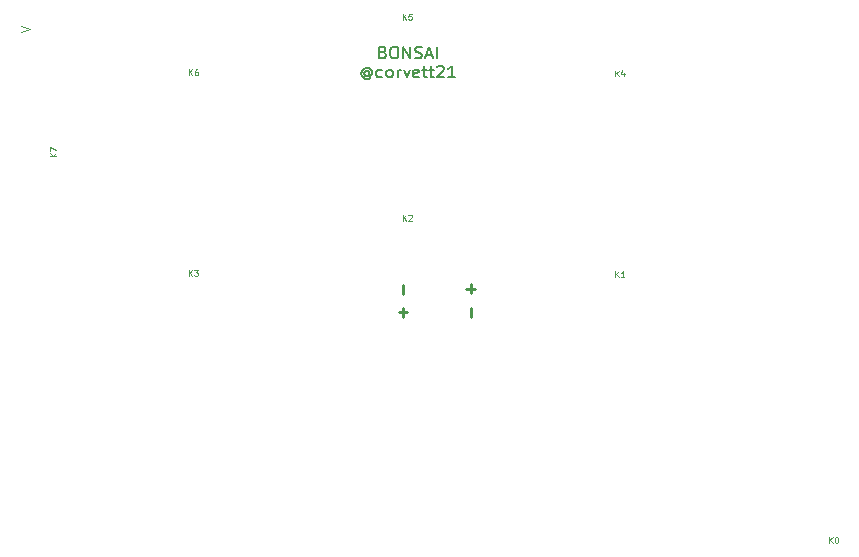
<source format=gbr>
%TF.GenerationSoftware,KiCad,Pcbnew,8.0.2*%
%TF.CreationDate,2024-07-06T21:08:24-05:00*%
%TF.ProjectId,bonsai,626f6e73-6169-42e6-9b69-6361645f7063,v1*%
%TF.SameCoordinates,Original*%
%TF.FileFunction,Legend,Top*%
%TF.FilePolarity,Positive*%
%FSLAX46Y46*%
G04 Gerber Fmt 4.6, Leading zero omitted, Abs format (unit mm)*
G04 Created by KiCad (PCBNEW 8.0.2) date 2024-07-06 21:08:24*
%MOMM*%
%LPD*%
G01*
G04 APERTURE LIST*
%ADD10C,0.100000*%
%ADD11C,0.125000*%
%ADD12C,0.250000*%
%ADD13C,0.150000*%
G04 APERTURE END LIST*
D10*
X25978884Y-28730752D02*
X26740789Y-29016466D01*
X26740789Y-29016466D02*
X25978884Y-29302180D01*
D11*
X40201283Y-49932309D02*
X40201283Y-49432309D01*
X40486997Y-49932309D02*
X40272712Y-49646595D01*
X40486997Y-49432309D02*
X40201283Y-49718023D01*
X40653664Y-49432309D02*
X40963188Y-49432309D01*
X40963188Y-49432309D02*
X40796521Y-49622785D01*
X40796521Y-49622785D02*
X40867950Y-49622785D01*
X40867950Y-49622785D02*
X40915569Y-49646595D01*
X40915569Y-49646595D02*
X40939378Y-49670404D01*
X40939378Y-49670404D02*
X40963188Y-49718023D01*
X40963188Y-49718023D02*
X40963188Y-49837071D01*
X40963188Y-49837071D02*
X40939378Y-49884690D01*
X40939378Y-49884690D02*
X40915569Y-49908500D01*
X40915569Y-49908500D02*
X40867950Y-49932309D01*
X40867950Y-49932309D02*
X40725093Y-49932309D01*
X40725093Y-49932309D02*
X40677474Y-49908500D01*
X40677474Y-49908500D02*
X40653664Y-49884690D01*
D12*
X58697431Y-52983666D02*
X57935527Y-52983666D01*
X58316479Y-53364619D02*
X58316479Y-52602714D01*
X58333666Y-50652568D02*
X58333666Y-51414473D01*
D11*
X94401283Y-72532309D02*
X94401283Y-72032309D01*
X94686997Y-72532309D02*
X94472712Y-72246595D01*
X94686997Y-72032309D02*
X94401283Y-72318023D01*
X94996521Y-72032309D02*
X95044140Y-72032309D01*
X95044140Y-72032309D02*
X95091759Y-72056119D01*
X95091759Y-72056119D02*
X95115569Y-72079928D01*
X95115569Y-72079928D02*
X95139378Y-72127547D01*
X95139378Y-72127547D02*
X95163188Y-72222785D01*
X95163188Y-72222785D02*
X95163188Y-72341833D01*
X95163188Y-72341833D02*
X95139378Y-72437071D01*
X95139378Y-72437071D02*
X95115569Y-72484690D01*
X95115569Y-72484690D02*
X95091759Y-72508500D01*
X95091759Y-72508500D02*
X95044140Y-72532309D01*
X95044140Y-72532309D02*
X94996521Y-72532309D01*
X94996521Y-72532309D02*
X94948902Y-72508500D01*
X94948902Y-72508500D02*
X94925093Y-72484690D01*
X94925093Y-72484690D02*
X94901283Y-72437071D01*
X94901283Y-72437071D02*
X94877474Y-72341833D01*
X94877474Y-72341833D02*
X94877474Y-72222785D01*
X94877474Y-72222785D02*
X94901283Y-72127547D01*
X94901283Y-72127547D02*
X94925093Y-72079928D01*
X94925093Y-72079928D02*
X94948902Y-72056119D01*
X94948902Y-72056119D02*
X94996521Y-72032309D01*
X76301283Y-50032309D02*
X76301283Y-49532309D01*
X76586997Y-50032309D02*
X76372712Y-49746595D01*
X76586997Y-49532309D02*
X76301283Y-49818023D01*
X77063188Y-50032309D02*
X76777474Y-50032309D01*
X76920331Y-50032309D02*
X76920331Y-49532309D01*
X76920331Y-49532309D02*
X76872712Y-49603738D01*
X76872712Y-49603738D02*
X76825093Y-49651357D01*
X76825093Y-49651357D02*
X76777474Y-49675166D01*
D13*
X56630952Y-30986065D02*
X56773809Y-31033684D01*
X56773809Y-31033684D02*
X56821428Y-31081303D01*
X56821428Y-31081303D02*
X56869047Y-31176541D01*
X56869047Y-31176541D02*
X56869047Y-31319398D01*
X56869047Y-31319398D02*
X56821428Y-31414636D01*
X56821428Y-31414636D02*
X56773809Y-31462256D01*
X56773809Y-31462256D02*
X56678571Y-31509875D01*
X56678571Y-31509875D02*
X56297619Y-31509875D01*
X56297619Y-31509875D02*
X56297619Y-30509875D01*
X56297619Y-30509875D02*
X56630952Y-30509875D01*
X56630952Y-30509875D02*
X56726190Y-30557494D01*
X56726190Y-30557494D02*
X56773809Y-30605113D01*
X56773809Y-30605113D02*
X56821428Y-30700351D01*
X56821428Y-30700351D02*
X56821428Y-30795589D01*
X56821428Y-30795589D02*
X56773809Y-30890827D01*
X56773809Y-30890827D02*
X56726190Y-30938446D01*
X56726190Y-30938446D02*
X56630952Y-30986065D01*
X56630952Y-30986065D02*
X56297619Y-30986065D01*
X57488095Y-30509875D02*
X57678571Y-30509875D01*
X57678571Y-30509875D02*
X57773809Y-30557494D01*
X57773809Y-30557494D02*
X57869047Y-30652732D01*
X57869047Y-30652732D02*
X57916666Y-30843208D01*
X57916666Y-30843208D02*
X57916666Y-31176541D01*
X57916666Y-31176541D02*
X57869047Y-31367017D01*
X57869047Y-31367017D02*
X57773809Y-31462256D01*
X57773809Y-31462256D02*
X57678571Y-31509875D01*
X57678571Y-31509875D02*
X57488095Y-31509875D01*
X57488095Y-31509875D02*
X57392857Y-31462256D01*
X57392857Y-31462256D02*
X57297619Y-31367017D01*
X57297619Y-31367017D02*
X57250000Y-31176541D01*
X57250000Y-31176541D02*
X57250000Y-30843208D01*
X57250000Y-30843208D02*
X57297619Y-30652732D01*
X57297619Y-30652732D02*
X57392857Y-30557494D01*
X57392857Y-30557494D02*
X57488095Y-30509875D01*
X58345238Y-31509875D02*
X58345238Y-30509875D01*
X58345238Y-30509875D02*
X58916666Y-31509875D01*
X58916666Y-31509875D02*
X58916666Y-30509875D01*
X59345238Y-31462256D02*
X59488095Y-31509875D01*
X59488095Y-31509875D02*
X59726190Y-31509875D01*
X59726190Y-31509875D02*
X59821428Y-31462256D01*
X59821428Y-31462256D02*
X59869047Y-31414636D01*
X59869047Y-31414636D02*
X59916666Y-31319398D01*
X59916666Y-31319398D02*
X59916666Y-31224160D01*
X59916666Y-31224160D02*
X59869047Y-31128922D01*
X59869047Y-31128922D02*
X59821428Y-31081303D01*
X59821428Y-31081303D02*
X59726190Y-31033684D01*
X59726190Y-31033684D02*
X59535714Y-30986065D01*
X59535714Y-30986065D02*
X59440476Y-30938446D01*
X59440476Y-30938446D02*
X59392857Y-30890827D01*
X59392857Y-30890827D02*
X59345238Y-30795589D01*
X59345238Y-30795589D02*
X59345238Y-30700351D01*
X59345238Y-30700351D02*
X59392857Y-30605113D01*
X59392857Y-30605113D02*
X59440476Y-30557494D01*
X59440476Y-30557494D02*
X59535714Y-30509875D01*
X59535714Y-30509875D02*
X59773809Y-30509875D01*
X59773809Y-30509875D02*
X59916666Y-30557494D01*
X60297619Y-31224160D02*
X60773809Y-31224160D01*
X60202381Y-31509875D02*
X60535714Y-30509875D01*
X60535714Y-30509875D02*
X60869047Y-31509875D01*
X61202381Y-31509875D02*
X61202381Y-30509875D01*
X55440475Y-32643628D02*
X55392856Y-32596009D01*
X55392856Y-32596009D02*
X55297618Y-32548390D01*
X55297618Y-32548390D02*
X55202380Y-32548390D01*
X55202380Y-32548390D02*
X55107142Y-32596009D01*
X55107142Y-32596009D02*
X55059523Y-32643628D01*
X55059523Y-32643628D02*
X55011904Y-32738866D01*
X55011904Y-32738866D02*
X55011904Y-32834104D01*
X55011904Y-32834104D02*
X55059523Y-32929342D01*
X55059523Y-32929342D02*
X55107142Y-32976961D01*
X55107142Y-32976961D02*
X55202380Y-33024580D01*
X55202380Y-33024580D02*
X55297618Y-33024580D01*
X55297618Y-33024580D02*
X55392856Y-32976961D01*
X55392856Y-32976961D02*
X55440475Y-32929342D01*
X55440475Y-32548390D02*
X55440475Y-32929342D01*
X55440475Y-32929342D02*
X55488094Y-32976961D01*
X55488094Y-32976961D02*
X55535713Y-32976961D01*
X55535713Y-32976961D02*
X55630952Y-32929342D01*
X55630952Y-32929342D02*
X55678571Y-32834104D01*
X55678571Y-32834104D02*
X55678571Y-32596009D01*
X55678571Y-32596009D02*
X55583333Y-32453152D01*
X55583333Y-32453152D02*
X55440475Y-32357914D01*
X55440475Y-32357914D02*
X55249999Y-32310295D01*
X55249999Y-32310295D02*
X55059523Y-32357914D01*
X55059523Y-32357914D02*
X54916666Y-32453152D01*
X54916666Y-32453152D02*
X54821428Y-32596009D01*
X54821428Y-32596009D02*
X54773809Y-32786485D01*
X54773809Y-32786485D02*
X54821428Y-32976961D01*
X54821428Y-32976961D02*
X54916666Y-33119819D01*
X54916666Y-33119819D02*
X55059523Y-33215057D01*
X55059523Y-33215057D02*
X55249999Y-33262676D01*
X55249999Y-33262676D02*
X55440475Y-33215057D01*
X55440475Y-33215057D02*
X55583333Y-33119819D01*
X56535713Y-33072200D02*
X56440475Y-33119819D01*
X56440475Y-33119819D02*
X56249999Y-33119819D01*
X56249999Y-33119819D02*
X56154761Y-33072200D01*
X56154761Y-33072200D02*
X56107142Y-33024580D01*
X56107142Y-33024580D02*
X56059523Y-32929342D01*
X56059523Y-32929342D02*
X56059523Y-32643628D01*
X56059523Y-32643628D02*
X56107142Y-32548390D01*
X56107142Y-32548390D02*
X56154761Y-32500771D01*
X56154761Y-32500771D02*
X56249999Y-32453152D01*
X56249999Y-32453152D02*
X56440475Y-32453152D01*
X56440475Y-32453152D02*
X56535713Y-32500771D01*
X57107142Y-33119819D02*
X57011904Y-33072200D01*
X57011904Y-33072200D02*
X56964285Y-33024580D01*
X56964285Y-33024580D02*
X56916666Y-32929342D01*
X56916666Y-32929342D02*
X56916666Y-32643628D01*
X56916666Y-32643628D02*
X56964285Y-32548390D01*
X56964285Y-32548390D02*
X57011904Y-32500771D01*
X57011904Y-32500771D02*
X57107142Y-32453152D01*
X57107142Y-32453152D02*
X57249999Y-32453152D01*
X57249999Y-32453152D02*
X57345237Y-32500771D01*
X57345237Y-32500771D02*
X57392856Y-32548390D01*
X57392856Y-32548390D02*
X57440475Y-32643628D01*
X57440475Y-32643628D02*
X57440475Y-32929342D01*
X57440475Y-32929342D02*
X57392856Y-33024580D01*
X57392856Y-33024580D02*
X57345237Y-33072200D01*
X57345237Y-33072200D02*
X57249999Y-33119819D01*
X57249999Y-33119819D02*
X57107142Y-33119819D01*
X57869047Y-33119819D02*
X57869047Y-32453152D01*
X57869047Y-32643628D02*
X57916666Y-32548390D01*
X57916666Y-32548390D02*
X57964285Y-32500771D01*
X57964285Y-32500771D02*
X58059523Y-32453152D01*
X58059523Y-32453152D02*
X58154761Y-32453152D01*
X58392857Y-32453152D02*
X58630952Y-33119819D01*
X58630952Y-33119819D02*
X58869047Y-32453152D01*
X59630952Y-33072200D02*
X59535714Y-33119819D01*
X59535714Y-33119819D02*
X59345238Y-33119819D01*
X59345238Y-33119819D02*
X59250000Y-33072200D01*
X59250000Y-33072200D02*
X59202381Y-32976961D01*
X59202381Y-32976961D02*
X59202381Y-32596009D01*
X59202381Y-32596009D02*
X59250000Y-32500771D01*
X59250000Y-32500771D02*
X59345238Y-32453152D01*
X59345238Y-32453152D02*
X59535714Y-32453152D01*
X59535714Y-32453152D02*
X59630952Y-32500771D01*
X59630952Y-32500771D02*
X59678571Y-32596009D01*
X59678571Y-32596009D02*
X59678571Y-32691247D01*
X59678571Y-32691247D02*
X59202381Y-32786485D01*
X59964286Y-32453152D02*
X60345238Y-32453152D01*
X60107143Y-32119819D02*
X60107143Y-32976961D01*
X60107143Y-32976961D02*
X60154762Y-33072200D01*
X60154762Y-33072200D02*
X60250000Y-33119819D01*
X60250000Y-33119819D02*
X60345238Y-33119819D01*
X60535715Y-32453152D02*
X60916667Y-32453152D01*
X60678572Y-32119819D02*
X60678572Y-32976961D01*
X60678572Y-32976961D02*
X60726191Y-33072200D01*
X60726191Y-33072200D02*
X60821429Y-33119819D01*
X60821429Y-33119819D02*
X60916667Y-33119819D01*
X61202382Y-32215057D02*
X61250001Y-32167438D01*
X61250001Y-32167438D02*
X61345239Y-32119819D01*
X61345239Y-32119819D02*
X61583334Y-32119819D01*
X61583334Y-32119819D02*
X61678572Y-32167438D01*
X61678572Y-32167438D02*
X61726191Y-32215057D01*
X61726191Y-32215057D02*
X61773810Y-32310295D01*
X61773810Y-32310295D02*
X61773810Y-32405533D01*
X61773810Y-32405533D02*
X61726191Y-32548390D01*
X61726191Y-32548390D02*
X61154763Y-33119819D01*
X61154763Y-33119819D02*
X61773810Y-33119819D01*
X62726191Y-33119819D02*
X62154763Y-33119819D01*
X62440477Y-33119819D02*
X62440477Y-32119819D01*
X62440477Y-32119819D02*
X62345239Y-32262676D01*
X62345239Y-32262676D02*
X62250001Y-32357914D01*
X62250001Y-32357914D02*
X62154763Y-32405533D01*
D11*
X58301283Y-28232309D02*
X58301283Y-27732309D01*
X58586997Y-28232309D02*
X58372712Y-27946595D01*
X58586997Y-27732309D02*
X58301283Y-28018023D01*
X59039378Y-27732309D02*
X58801283Y-27732309D01*
X58801283Y-27732309D02*
X58777474Y-27970404D01*
X58777474Y-27970404D02*
X58801283Y-27946595D01*
X58801283Y-27946595D02*
X58848902Y-27922785D01*
X58848902Y-27922785D02*
X58967950Y-27922785D01*
X58967950Y-27922785D02*
X59015569Y-27946595D01*
X59015569Y-27946595D02*
X59039378Y-27970404D01*
X59039378Y-27970404D02*
X59063188Y-28018023D01*
X59063188Y-28018023D02*
X59063188Y-28137071D01*
X59063188Y-28137071D02*
X59039378Y-28184690D01*
X59039378Y-28184690D02*
X59015569Y-28208500D01*
X59015569Y-28208500D02*
X58967950Y-28232309D01*
X58967950Y-28232309D02*
X58848902Y-28232309D01*
X58848902Y-28232309D02*
X58801283Y-28208500D01*
X58801283Y-28208500D02*
X58777474Y-28184690D01*
D12*
X64083666Y-52602568D02*
X64083666Y-53364473D01*
D11*
X58301283Y-45232309D02*
X58301283Y-44732309D01*
X58586997Y-45232309D02*
X58372712Y-44946595D01*
X58586997Y-44732309D02*
X58301283Y-45018023D01*
X58777474Y-44779928D02*
X58801283Y-44756119D01*
X58801283Y-44756119D02*
X58848902Y-44732309D01*
X58848902Y-44732309D02*
X58967950Y-44732309D01*
X58967950Y-44732309D02*
X59015569Y-44756119D01*
X59015569Y-44756119D02*
X59039378Y-44779928D01*
X59039378Y-44779928D02*
X59063188Y-44827547D01*
X59063188Y-44827547D02*
X59063188Y-44875166D01*
X59063188Y-44875166D02*
X59039378Y-44946595D01*
X59039378Y-44946595D02*
X58753664Y-45232309D01*
X58753664Y-45232309D02*
X59063188Y-45232309D01*
X40201283Y-32932309D02*
X40201283Y-32432309D01*
X40486997Y-32932309D02*
X40272712Y-32646595D01*
X40486997Y-32432309D02*
X40201283Y-32718023D01*
X40915569Y-32432309D02*
X40820331Y-32432309D01*
X40820331Y-32432309D02*
X40772712Y-32456119D01*
X40772712Y-32456119D02*
X40748902Y-32479928D01*
X40748902Y-32479928D02*
X40701283Y-32551357D01*
X40701283Y-32551357D02*
X40677474Y-32646595D01*
X40677474Y-32646595D02*
X40677474Y-32837071D01*
X40677474Y-32837071D02*
X40701283Y-32884690D01*
X40701283Y-32884690D02*
X40725093Y-32908500D01*
X40725093Y-32908500D02*
X40772712Y-32932309D01*
X40772712Y-32932309D02*
X40867950Y-32932309D01*
X40867950Y-32932309D02*
X40915569Y-32908500D01*
X40915569Y-32908500D02*
X40939378Y-32884690D01*
X40939378Y-32884690D02*
X40963188Y-32837071D01*
X40963188Y-32837071D02*
X40963188Y-32718023D01*
X40963188Y-32718023D02*
X40939378Y-32670404D01*
X40939378Y-32670404D02*
X40915569Y-32646595D01*
X40915569Y-32646595D02*
X40867950Y-32622785D01*
X40867950Y-32622785D02*
X40772712Y-32622785D01*
X40772712Y-32622785D02*
X40725093Y-32646595D01*
X40725093Y-32646595D02*
X40701283Y-32670404D01*
X40701283Y-32670404D02*
X40677474Y-32718023D01*
X28932309Y-39798716D02*
X28432309Y-39798716D01*
X28932309Y-39513002D02*
X28646595Y-39727287D01*
X28432309Y-39513002D02*
X28718023Y-39798716D01*
X28432309Y-39346335D02*
X28432309Y-39013002D01*
X28432309Y-39013002D02*
X28932309Y-39227287D01*
D12*
X64447431Y-51008666D02*
X63685527Y-51008666D01*
X64066479Y-51389619D02*
X64066479Y-50627714D01*
D11*
X76301283Y-33032309D02*
X76301283Y-32532309D01*
X76586997Y-33032309D02*
X76372712Y-32746595D01*
X76586997Y-32532309D02*
X76301283Y-32818023D01*
X77015569Y-32698976D02*
X77015569Y-33032309D01*
X76896521Y-32508500D02*
X76777474Y-32865642D01*
X76777474Y-32865642D02*
X77086997Y-32865642D01*
M02*

</source>
